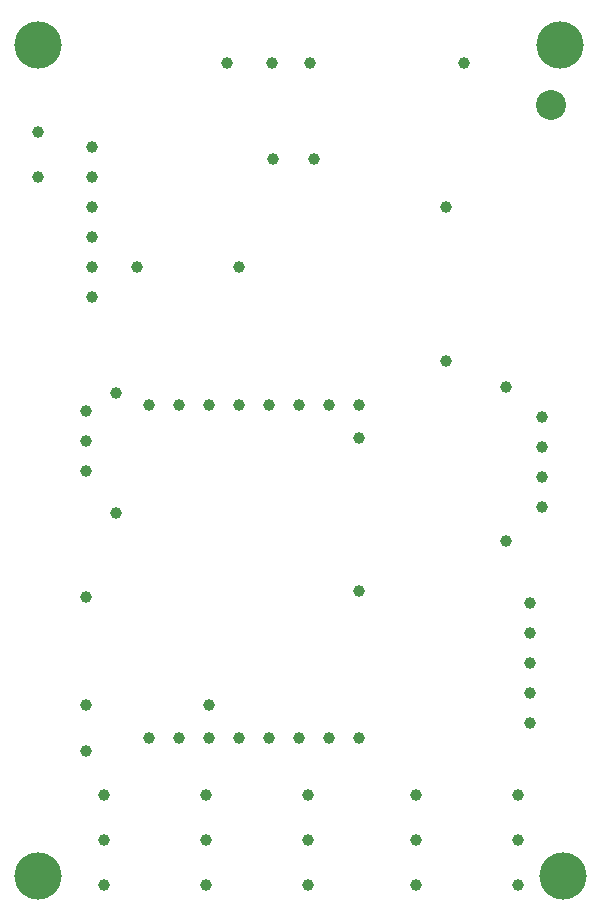
<source format=gbr>
G04 Generated by Ultiboard *
%FSLAX25Y25*%
%MOIN*%

%ADD10C,0.03937*%
%ADD11C,0.15748*%
%ADD12C,0.10000*%


G04 ColorRGB 000000 for the following layer *
%LNDrill-Copper Top-Copper Bottom*%
%LPD*%
%FSLAX25Y25*%
%MOIN*%
G54D10*
X129000Y251000D03*
X129000Y200000D03*
X38000Y162000D03*
X48000Y226000D03*
X79000Y162000D03*
X48000Y266000D03*
X55000Y308000D03*
X89000Y308000D03*
X178000Y216819D03*
X178000Y268000D03*
X190000Y248000D03*
X190000Y228000D03*
X190000Y238000D03*
X190000Y258000D03*
X129000Y151000D03*
X59021Y151000D03*
X99021Y151000D03*
X89021Y151000D03*
X79021Y151000D03*
X69021Y151000D03*
X109021Y151000D03*
X119021Y151000D03*
X129000Y262000D03*
X59000Y262000D03*
X99000Y262000D03*
X89000Y262000D03*
X79000Y262000D03*
X69000Y262000D03*
X109000Y262000D03*
X119000Y262000D03*
X38000Y250000D03*
X38000Y240000D03*
X38000Y260000D03*
X112000Y102000D03*
X112000Y117000D03*
X112000Y132000D03*
X44000Y102000D03*
X44000Y117000D03*
X44000Y132000D03*
X78000Y102000D03*
X78000Y117000D03*
X78000Y132000D03*
X38000Y146819D03*
X38000Y198000D03*
X182000Y102000D03*
X182000Y117000D03*
X182000Y132000D03*
X148000Y102000D03*
X148000Y117000D03*
X148000Y132000D03*
X186000Y176000D03*
X186000Y156000D03*
X186000Y166000D03*
X186000Y196000D03*
X186000Y186000D03*
X112819Y376000D03*
X164000Y376000D03*
X40000Y318000D03*
X40000Y298000D03*
X40000Y308000D03*
X40000Y348000D03*
X40000Y328000D03*
X40000Y338000D03*
X100000Y376000D03*
X85000Y376000D03*
X22000Y338000D03*
X22000Y353000D03*
X100220Y344000D03*
X114000Y344000D03*
X158000Y276819D03*
X158000Y328000D03*
G54D11*
X22000Y105000D03*
X197000Y105000D03*
X22000Y382000D03*
X196000Y382000D03*
G54D12*
X193000Y362000D03*

M00*

</source>
